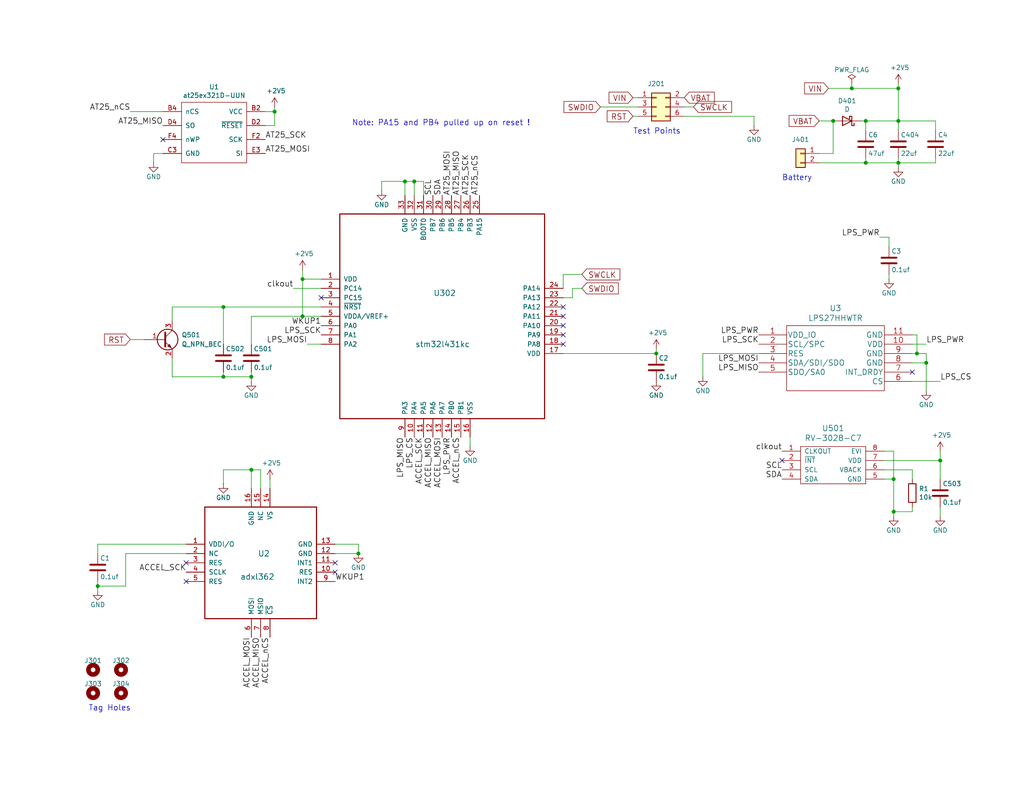
<source format=kicad_sch>
(kicad_sch (version 20231120) (generator "eeschema") (generator_version "8.0")
  (paper "USLetter")
  (title_block (title "BitTag with External Memory and LI2DW12") (date "2025-02-19") (company "IUCS") (comment 1 "Geoffrey Brown"))
  (lib_symbols
    (symbol "BitTagNG:RV-3028-C7-AccelTag" (pin_names (offset 1.016))
      (property "Reference" "U" (at 0 7.62 0))
      (property "Value" "RV-3028-C7-AccelTag" (at 1.27 -7.62 0))
      (symbol "RV-3028-C7-AccelTag_0_1"
        (rectangle (start -8.89 5.08) (end 8.89 -5.08))
      )
      (symbol "RV-3028-C7-AccelTag_1_1"
        (pin input line (at -13.97 3.81 0) (length 5.08) (name "CLKOUT") (number "1"))
        (pin input line (at -13.97 1.27 0) (length 5.08) (name "~{INT}") (number "2"))
        (pin input line (at -13.97 -1.27 0) (length 5.08) (name "SCL") (number "3"))
        (pin input line (at -13.97 -3.81 0) (length 5.08) (name "SDA") (number "4"))
        (pin power_out line (at 13.97 -3.81 180) (length 5.08) (name "GND") (number "5"))
        (pin input line (at 13.97 -1.27 180) (length 5.08) (name "VBACK") (number "6"))
        (pin input line (at 13.97 1.27 180) (length 5.08) (name "VDD") (number "7"))
        (pin input line (at 13.97 3.81 180) (length 5.08) (name "EVI") (number "8"))
      )
    )
    (symbol "BitTagNG:at25ex321D-UUN-AccelTag" (pin_names (offset 1.016))
      (property "Reference" "U" (at 0 7.62 0))
      (property "Value" "at25ex321D-UUN-AccelTag" (at -1.27 -12.7 0))
      (symbol "at25ex321D-UUN-AccelTag_0_1"
        (rectangle (start -8.89 -10.16) (end 8.89 6.35))
      )
      (symbol "at25ex321D-UUN-AccelTag_1_1"
        (pin no_connect line (at -12.7 -12.7 0) (length 5.08) hide (name "NC") (number "A1"))
        (pin no_connect line (at 12.7 -12.7 180) (length 5.08) hide (name "NC") (number "A5"))
        (pin power_in line (at 13.97 3.81 180) (length 5.08) (name "VCC") (number "B2"))
        (pin input line (at -13.97 3.81 0) (length 5.08) (name "nCS") (number "B4"))
        (pin input line (at -13.97 -7.62 0) (length 5.08) (name "GND") (number "C3"))
        (pin input line (at 13.97 0 180) (length 5.08) (name "~{RESET}") (number "D2"))
        (pin output line (at -13.97 0 0) (length 5.08) (name "SO") (number "D4"))
        (pin input line (at 13.97 -7.62 180) (length 5.08) (name "SI") (number "E3"))
        (pin input line (at 13.97 -3.81 180) (length 5.08) (name "SCK") (number "F2"))
        (pin input line (at -13.97 -3.81 0) (length 5.08) (name "nWP") (number "F4"))
        (pin no_connect line (at -12.7 -15.24 0) (length 5.08) hide (name "NC") (number "G1"))
        (pin no_connect line (at 12.7 -15.24 180) (length 5.08) hide (name "NC") (number "G5"))
      )
    )
    (symbol "BitTagNG:stm32l432-AccelTag" (pin_names (offset 1.016))
      (property "Reference" "U" (at 36.83 -3.81 0))
      (property "Value" "stm32l432-AccelTag" (at 59.69 -24.13 0))
      (symbol "stm32l432-AccelTag_1_1"
        (rectangle (start 5.08 17.78) (end 60.96 -38.1) (stroke (width 0.3048)))
        (pin power_in line (at 0 0 0) (length 5.08) (name "VDD") (number "1"))
        (pin bidirectional line (at 25.4 -43.18 90) (length 5.08) (name "PA4") (number "10"))
        (pin bidirectional line (at 27.94 -43.18 90) (length 5.08) (name "PA5") (number "11"))
        (pin bidirectional line (at 30.48 -43.18 90) (length 5.08) (name "PA6") (number "12"))
        (pin bidirectional line (at 33.02 -43.18 90) (length 5.08) (name "PA7") (number "13"))
        (pin bidirectional line (at 35.56 -43.18 90) (length 5.08) (name "PB0") (number "14"))
        (pin bidirectional line (at 38.1 -43.18 90) (length 5.08) (name "PB1") (number "15"))
        (pin input line (at 40.64 -43.18 90) (length 5.08) (name "VSS") (number "16"))
        (pin power_in line (at 66.04 -20.32 180) (length 5.08) (name "VDD") (number "17"))
        (pin bidirectional line (at 66.04 -17.78 180) (length 5.08) (name "PA8") (number "18"))
        (pin bidirectional line (at 66.04 -15.24 180) (length 5.08) (name "PA9") (number "19"))
        (pin bidirectional line (at 0 -2.54 0) (length 5.08) (name "PC14") (number "2"))
        (pin bidirectional line (at 66.04 -12.7 180) (length 5.08) (name "PA10") (number "20"))
        (pin bidirectional line (at 66.04 -10.16 180) (length 5.08) (name "PA11") (number "21"))
        (pin bidirectional line (at 66.04 -7.62 180) (length 5.08) (name "PA12") (number "22"))
        (pin bidirectional line (at 66.04 -5.08 180) (length 5.08) (name "PA13") (number "23"))
        (pin bidirectional line (at 66.04 -2.54 180) (length 5.08) (name "PA14") (number "24"))
        (pin bidirectional line (at 43.18 22.86 270) (length 5.08) (name "PA15") (number "25"))
        (pin bidirectional line (at 40.64 22.86 270) (length 5.08) (name "PB3") (number "26"))
        (pin bidirectional line (at 38.1 22.86 270) (length 5.08) (name "PB4") (number "27"))
        (pin bidirectional line (at 35.56 22.86 270) (length 5.08) (name "PB5") (number "28"))
        (pin bidirectional line (at 33.02 22.86 270) (length 5.08) (name "PB6") (number "29"))
        (pin bidirectional line (at 0 -5.08 0) (length 5.08) (name "PC15") (number "3"))
        (pin bidirectional line (at 30.48 22.86 270) (length 5.08) (name "PB7") (number "30"))
        (pin input line (at 27.94 22.86 270) (length 5.08) (name "BOOT0") (number "31"))
        (pin input line (at 25.4 22.86 270) (length 5.08) (name "VSS") (number "32"))
        (pin input line (at 22.86 22.86 270) (length 5.08) (name "GND") (number "33"))
        (pin bidirectional line (at 0 -7.62 0) (length 5.08) (name "~{NRST}") (number "4"))
        (pin power_in line (at 0 -10.16 0) (length 5.08) (name "VDDA/VREF+") (number "5"))
        (pin bidirectional line (at 0 -12.7 0) (length 5.08) (name "PA0") (number "6"))
        (pin bidirectional line (at 0 -15.24 0) (length 5.08) (name "PA1") (number "7"))
        (pin bidirectional line (at 0 -17.78 0) (length 5.08) (name "PA2") (number "8"))
        (pin bidirectional line (at 22.86 -43.18 90) (length 5.08) (name "PA3") (number "9"))
      )
    )
    (symbol "Connector_Generic:Conn_01x02" (pin_names (offset 1.016) hide)
      (property "Reference" "J" (at 0 2.54 0))
      (property "Value" "Conn_01x02" (at 0 -5.08 0))
      (symbol "Conn_01x02_1_1"
        (rectangle (start -1.27 -2.413) (end 0 -2.667) (stroke (width 0.1524)))
        (rectangle (start -1.27 0.127) (end 0 -0.127) (stroke (width 0.1524)))
        (rectangle (start -1.27 1.27) (end 1.27 -3.81) (stroke (width 0.254)) (fill (type background)))
        (pin passive line (at -5.08 0 0) (length 3.81) (name "Pin_1") (number "1"))
        (pin passive line (at -5.08 -2.54 0) (length 3.81) (name "Pin_2") (number "2"))
      )
    )
    (symbol "Connector_Generic:Conn_02x03_Odd_Even" (pin_names (offset 1.016) hide)
      (property "Reference" "J" (at 1.27 5.08 0))
      (property "Value" "Conn_02x03_Odd_Even" (at 1.27 -5.08 0))
      (symbol "Conn_02x03_Odd_Even_1_1"
        (rectangle (start -1.27 -2.413) (end 0 -2.667) (stroke (width 0.1524)))
        (rectangle (start -1.27 0.127) (end 0 -0.127) (stroke (width 0.1524)))
        (rectangle (start -1.27 2.667) (end 0 2.413) (stroke (width 0.1524)))
        (rectangle (start -1.27 3.81) (end 3.81 -3.81) (stroke (width 0.254)) (fill (type background)))
        (rectangle (start 3.81 -2.413) (end 2.54 -2.667) (stroke (width 0.1524)))
        (rectangle (start 3.81 0.127) (end 2.54 -0.127) (stroke (width 0.1524)))
        (rectangle (start 3.81 2.667) (end 2.54 2.413) (stroke (width 0.1524)))
        (pin passive line (at -5.08 2.54 0) (length 3.81) (name "Pin_1") (number "1"))
        (pin passive line (at 7.62 2.54 180) (length 3.81) (name "Pin_2") (number "2"))
        (pin passive line (at -5.08 0 0) (length 3.81) (name "Pin_3") (number "3"))
        (pin passive line (at 7.62 0 180) (length 3.81) (name "Pin_4") (number "4"))
        (pin passive line (at -5.08 -2.54 0) (length 3.81) (name "Pin_5") (number "5"))
        (pin passive line (at 7.62 -2.54 180) (length 3.81) (name "Pin_6") (number "6"))
      )
    )
    (symbol "Device:C" (pin_numbers hide) (pin_names (offset 0.254))
      (property "Reference" "C" (at 0.635 2.54 0))
      (property "Value" "C" (at 0.635 -2.54 0))
      (symbol "C_0_1"
        (polyline (pts (xy -2.032 -0.762) (xy 2.032 -0.762)) (stroke (width 0.508)))
        (polyline (pts (xy -2.032 0.762) (xy 2.032 0.762)) (stroke (width 0.508)))
      )
      (symbol "C_1_1"
        (pin passive line (at 0 3.81 270) (length 2.794) (name "~") (number "1"))
        (pin passive line (at 0 -3.81 90) (length 2.794) (name "~") (number "2"))
      )
    )
    (symbol "Device:D_Schottky" (pin_numbers hide) (pin_names (offset 1.016) hide)
      (property "Reference" "D" (at 0 2.54 0))
      (property "Value" "D_Schottky" (at 0 -2.54 0))
      (symbol "D_Schottky_0_1"
        (polyline (pts (xy 1.27 0) (xy -1.27 0)))
        (polyline (pts (xy 1.27 1.27) (xy 1.27 -1.27) (xy -1.27 0) (xy 1.27 1.27)) (stroke (width 0.254)))
        (polyline (pts (xy -1.905 0.635) (xy -1.905 1.27) (xy -1.27 1.27) (xy -1.27 -1.27) (xy -0.635 -1.27) (xy -0.635 -0.635)) (stroke (width 0.254)))
      )
      (symbol "D_Schottky_1_1"
        (pin passive line (at -3.81 0 0) (length 2.54) (name "K") (number "1"))
        (pin passive line (at 3.81 0 180) (length 2.54) (name "A") (number "2"))
      )
    )
    (symbol "Device:Q_NPN_BEC" (pin_names (offset 0) hide)
      (property "Reference" "Q" (at 5.08 1.27 0))
      (property "Value" "Q_NPN_BEC" (at 5.08 -1.27 0))
      (symbol "Q_NPN_BEC_0_1"
        (polyline (pts (xy 0.635 0.635) (xy 2.54 2.54)))
        (polyline (pts (xy 0.635 -0.635) (xy 2.54 -2.54) (xy 2.54 -2.54)))
        (polyline (pts (xy 0.635 1.905) (xy 0.635 -1.905) (xy 0.635 -1.905)) (stroke (width 0.508)))
        (polyline (pts (xy 1.27 -1.778) (xy 1.778 -1.27) (xy 2.286 -2.286) (xy 1.27 -1.778) (xy 1.27 -1.778)) (fill (type outline)))
        (circle (center 1.27 0) (radius 2.8194) (stroke (width 0.254)))
      )
      (symbol "Q_NPN_BEC_1_1"
        (pin input line (at -5.08 0 0) (length 5.715) (name "B") (number "1"))
        (pin passive line (at 2.54 -5.08 90) (length 2.54) (name "E") (number "2"))
        (pin passive line (at 2.54 5.08 270) (length 2.54) (name "C") (number "3"))
      )
    )
    (symbol "Device:R" (pin_numbers hide) (pin_names (offset 0))
      (property "Reference" "R" (at 2.032 0 90))
      (property "Value" "R" (at 0 0 90))
      (symbol "R_0_1"
        (rectangle (start -1.016 -2.54) (end 1.016 2.54) (stroke (width 0.254)))
      )
      (symbol "R_1_1"
        (pin passive line (at 0 3.81 270) (length 1.27) (name "~") (number "1"))
        (pin passive line (at 0 -3.81 90) (length 1.27) (name "~") (number "2"))
      )
    )
    (symbol "GND_10" (power) (pin_numbers hide) (pin_names (offset 0) hide)
      (property "Value" "GND" (at 0 -3.81 0))
      (symbol "GND_10_0_1"
        (polyline (pts (xy 0 0) (xy 0 -1.27) (xy 1.27 -1.27) (xy 0 -2.54) (xy -1.27 -1.27) (xy 0 -1.27)))
      )
      (symbol "GND_10_1_1"
        (pin power_in line (at 0 0 270) (length 0) (name "~") (number "1"))
      )
    )
    (symbol "GND_6" (power) (pin_numbers hide) (pin_names (offset 0) hide)
      (property "Value" "GND" (at 0 -3.81 0))
      (symbol "GND_6_0_1"
        (polyline (pts (xy 0 0) (xy 0 -1.27) (xy 1.27 -1.27) (xy 0 -2.54) (xy -1.27 -1.27) (xy 0 -1.27)))
      )
      (symbol "GND_6_1_1"
        (pin power_in line (at 0 0 270) (length 0) (name "~") (number "1"))
      )
    )
    (symbol "GND_8" (power) (pin_numbers hide) (pin_names (offset 0) hide)
      (property "Value" "GND" (at 0 -3.81 0))
      (symbol "GND_8_0_1"
        (polyline (pts (xy 0 0) (xy 0 -1.27) (xy 1.27 -1.27) (xy 0 -2.54) (xy -1.27 -1.27) (xy 0 -1.27)))
      )
      (symbol "GND_8_1_1"
        (pin power_in line (at 0 0 270) (length 0) (name "~") (number "1"))
      )
    )
    (symbol "Mechanical:MountingHole" (pin_names (offset 1.016))
      (property "Reference" "H" (at 0 5.08 0))
      (property "Value" "MountingHole" (at 0 3.175 0))
      (symbol "MountingHole_0_1"
        (circle (center 0 0) (radius 1.27) (stroke (width 1.27)))
      )
    )
    (symbol "bittagv7:adxl362" (pin_names (offset 1.016))
      (property "Reference" "U" (at 3.81 6.35 0))
      (property "Value" "adxl362" (at 3.81 3.81 0))
      (symbol "adxl362_1_1"
        (rectangle (start 5.08 10.16) (end 35.56 -20.32) (stroke (width 0.3048)))
        (pin power_in line (at 0 0 0) (length 5.08) (name "VDDI/O") (number "1"))
        (pin passive line (at 40.64 -7.62 180) (length 5.08) (name "RES") (number "10"))
        (pin output line (at 40.64 -5.08 180) (length 5.08) (name "INT1") (number "11"))
        (pin power_in line (at 40.64 -2.54 180) (length 5.08) (name "GND") (number "12"))
        (pin power_in line (at 40.64 0 180) (length 5.08) (name "GND") (number "13"))
        (pin power_in line (at 22.86 15.24 270) (length 5.08) (name "VS") (number "14"))
        (pin passive line (at 20.32 15.24 270) (length 5.08) (name "NC") (number "15"))
        (pin power_in line (at 17.78 15.24 270) (length 5.08) (name "GND") (number "16"))
        (pin output line (at 0 -2.54 0) (length 5.08) (name "NC") (number "2"))
        (pin output line (at 0 -5.08 0) (length 5.08) (name "RES") (number "3"))
        (pin input line (at 0 -7.62 0) (length 5.08) (name "SCLK") (number "4"))
        (pin output line (at 0 -10.16 0) (length 5.08) (name "RES") (number "5"))
        (pin input line (at 17.78 -25.4 90) (length 5.08) (name "MOSI") (number "6"))
        (pin output line (at 20.32 -25.4 90) (length 5.08) (name "MSIO") (number "7"))
        (pin input line (at 22.86 -25.4 90) (length 5.08) (name "~{CS}") (number "8"))
        (pin bidirectional line (at 40.64 -10.16 180) (length 5.08) (name "INT2") (number "9"))
      )
    )
    (symbol "lps27:LPS27HHWTR" (pin_names (offset 0.254))
      (property "Reference" "U2" (at 20.955 7.2898 0))
      (property "Value" "LPS27HHWTR" (at 20.955 4.5974 0))
      (symbol "LPS27HHWTR_1_1"
        (rectangle (start 7.62 -15.24) (end 34.29 2.54))
        (pin passive line (at 0 0 0) (length 7.62) (name "VDD_IO") (number "1"))
        (pin input line (at 41.91 -2.54 180) (length 7.62) (name "VDD") (number "10"))
        (pin power_in line (at 41.91 0 180) (length 7.62) (name "GND") (number "11"))
        (pin input line (at 0 -2.54 0) (length 7.62) (name "SCL/SPC") (number "2"))
        (pin passive line (at 0 -5.08 0) (length 7.62) (name "RES") (number "3"))
        (pin input line (at 0 -7.62 0) (length 7.62) (name "SDA/SDI/SDO") (number "4"))
        (pin output line (at 0 -10.16 0) (length 7.62) (name "SDO/SA0") (number "5"))
        (pin input line (at 41.91 -12.7 180) (length 7.62) (name "CS") (number "6"))
        (pin output line (at 41.91 -10.16 180) (length 7.62) (name "INT_DRDY") (number "7"))
        (pin power_in line (at 41.91 -7.62 180) (length 7.62) (name "GND") (number "8"))
        (pin power_in line (at 41.91 -5.08 180) (length 7.62) (name "GND") (number "9"))
      )
    )
    (symbol "power:+2V5" (power) (pin_numbers hide) (pin_names (offset 0) hide)
      (property "Value" "+2V5" (at 0 3.556 0))
      (symbol "+2V5_0_1"
        (polyline (pts (xy -0.762 1.27) (xy 0 2.54)))
        (polyline (pts (xy 0 0) (xy 0 2.54)))
        (polyline (pts (xy 0 2.54) (xy 0.762 1.27)))
      )
      (symbol "+2V5_1_1"
        (pin power_in line (at 0 0 90) (length 0) (name "~") (number "1"))
      )
    )
    (symbol "power:GND" (power) (pin_numbers hide) (pin_names (offset 0) hide)
      (property "Value" "GND" (at 0 -3.81 0))
      (symbol "GND_0_1"
        (polyline (pts (xy 0 0) (xy 0 -1.27) (xy 1.27 -1.27) (xy 0 -2.54) (xy -1.27 -1.27) (xy 0 -1.27)))
      )
      (symbol "GND_1_1"
        (pin power_in line (at 0 0 270) (length 0) (name "~") (number "1"))
      )
    )
    (symbol "power:PWR_FLAG" (power) (pin_numbers hide) (pin_names (offset 0) hide)
      (property "Value" "PWR_FLAG" (at 0 3.81 0))
      (symbol "PWR_FLAG_0_0"
        (pin power_out line (at 0 0 90) (length 0) (name "~") (number "1"))
      )
      (symbol "PWR_FLAG_0_1"
        (polyline (pts (xy 0 0) (xy 0 1.27) (xy -1.016 1.905) (xy 0 2.54) (xy 1.016 1.905) (xy 0 1.27)))
      )
    )
  )
  (junction (at 60.96 102.87))
  (junction (at 252.73 99.06))
  (junction (at 227.33 33.02))
  (junction (at 256.54 125.73))
  (junction (at 82.55 86.36))
  (junction (at 110.49 49.53))
  (junction (at 245.11 24.13))
  (junction (at 68.58 102.87))
  (junction (at 232.41 24.13))
  (junction (at 250.19 96.52))
  (junction (at 97.79 151.13))
  (junction (at 68.58 128.27))
  (junction (at 26.67 160.02))
  (junction (at 60.96 83.82))
  (junction (at 245.11 33.02))
  (junction (at 179.07 96.52))
  (junction (at 243.84 139.7))
  (junction (at 113.03 49.53))
  (junction (at 243.84 130.81))
  (junction (at 82.55 76.2))
  (junction (at 245.11 44.45))
  (junction (at 236.22 44.45))
  (junction (at 236.22 33.02))
  (junction (at 74.93 30.48))
  (no_connect (at 44.45 38.1))
  (no_connect (at 153.67 83.82))
  (no_connect (at 91.44 153.67))
  (no_connect (at 91.44 156.21))
  (no_connect (at 153.67 91.44))
  (no_connect (at 50.8 158.75))
  (no_connect (at 153.67 86.36))
  (no_connect (at 50.8 153.67))
  (no_connect (at 153.67 93.98))
  (no_connect (at 87.63 81.28))
  (no_connect (at 153.67 88.9))
  (no_connect (at 248.92 101.6))
  (no_connect (at 213.36 125.73))
  (wire (pts (xy 255.27 44.45) (xy 255.27 43.18)))
  (wire (pts (xy 91.44 148.59) (xy 97.79 148.59)))
  (wire (pts (xy 248.92 99.06) (xy 252.73 99.06)))
  (wire (pts (xy 241.3 123.19) (xy 243.84 123.19)))
  (wire (pts (xy 97.79 148.59) (xy 97.79 151.13)))
  (wire (pts (xy 248.92 96.52) (xy 250.19 96.52)))
  (wire (pts (xy 68.58 93.98) (xy 68.58 86.36)))
  (wire (pts (xy 34.29 151.13) (xy 34.29 160.02)))
  (wire (pts (xy 205.74 31.75) (xy 205.74 34.29)))
  (wire (pts (xy 223.52 33.02) (xy 227.33 33.02)))
  (wire (pts (xy 236.22 33.02) (xy 245.11 33.02)))
  (wire (pts (xy 71.12 128.27) (xy 68.58 128.27)))
  (wire (pts (xy 104.14 49.53) (xy 110.49 49.53)))
  (wire (pts (xy 172.72 26.67) (xy 173.99 26.67)))
  (wire (pts (xy 128.27 119.38) (xy 128.27 121.92)))
  (wire (pts (xy 50.8 151.13) (xy 34.29 151.13)))
  (wire (pts (xy 104.14 52.07) (xy 104.14 49.53)))
  (wire (pts (xy 232.41 24.13) (xy 245.11 24.13)))
  (wire (pts (xy 46.99 83.82) (xy 60.96 83.82)))
  (wire (pts (xy 82.55 86.36) (xy 87.63 86.36)))
  (wire (pts (xy 153.67 78.74) (xy 153.67 74.93)))
  (wire (pts (xy 179.07 95.25) (xy 179.07 96.52)))
  (wire (pts (xy 82.55 86.36) (xy 68.58 86.36)))
  (wire (pts (xy 234.95 33.02) (xy 236.22 33.02)))
  (wire (pts (xy 97.79 151.13) (xy 91.44 151.13)))
  (wire (pts (xy 60.96 101.6) (xy 60.96 102.87)))
  (wire (pts (xy 242.57 74.93) (xy 242.57 76.2)))
  (wire (pts (xy 245.11 33.02) (xy 245.11 35.56)))
  (wire (pts (xy 68.58 128.27) (xy 60.96 128.27)))
  (wire (pts (xy 245.11 22.86) (xy 245.11 24.13)))
  (wire (pts (xy 227.33 33.02) (xy 227.33 41.91)))
  (wire (pts (xy 68.58 101.6) (xy 68.58 102.87)))
  (wire (pts (xy 68.58 102.87) (xy 68.58 104.14)))
  (wire (pts (xy 72.39 30.48) (xy 74.93 30.48)))
  (wire (pts (xy 245.11 44.45) (xy 255.27 44.45)))
  (wire (pts (xy 113.03 49.53) (xy 113.03 53.34)))
  (wire (pts (xy 46.99 102.87) (xy 60.96 102.87)))
  (wire (pts (xy 248.92 91.44) (xy 250.19 91.44)))
  (wire (pts (xy 82.55 73.66) (xy 82.55 76.2)))
  (wire (pts (xy 245.11 33.02) (xy 255.27 33.02)))
  (wire (pts (xy 153.67 74.93) (xy 158.75 74.93)))
  (wire (pts (xy 240.03 64.77) (xy 242.57 64.77)))
  (wire (pts (xy 82.55 76.2) (xy 87.63 76.2)))
  (wire (pts (xy 250.19 91.44) (xy 250.19 96.52)))
  (wire (pts (xy 60.96 83.82) (xy 60.96 93.98)))
  (wire (pts (xy 255.27 33.02) (xy 255.27 35.56)))
  (wire (pts (xy 243.84 130.81) (xy 243.84 139.7)))
  (wire (pts (xy 250.19 96.52) (xy 252.73 96.52)))
  (wire (pts (xy 241.3 128.27) (xy 248.92 128.27)))
  (wire (pts (xy 26.67 148.59) (xy 26.67 151.13)))
  (wire (pts (xy 113.03 49.53) (xy 115.57 49.53)))
  (wire (pts (xy 256.54 138.43) (xy 256.54 140.97)))
  (wire (pts (xy 245.11 44.45) (xy 245.11 45.72)))
  (wire (pts (xy 186.69 31.75) (xy 205.74 31.75)))
  (wire (pts (xy 68.58 128.27) (xy 68.58 133.35)))
  (wire (pts (xy 80.01 78.74) (xy 87.63 78.74)))
  (wire (pts (xy 46.99 87.63) (xy 46.99 83.82)))
  (wire (pts (xy 34.29 160.02) (xy 26.67 160.02)))
  (wire (pts (xy 236.22 35.56) (xy 236.22 33.02)))
  (wire (pts (xy 256.54 125.73) (xy 256.54 130.81)))
  (wire (pts (xy 191.77 96.52) (xy 191.77 102.87)))
  (wire (pts (xy 226.06 24.13) (xy 232.41 24.13)))
  (wire (pts (xy 74.93 34.29) (xy 74.93 30.48)))
  (wire (pts (xy 26.67 158.75) (xy 26.67 160.02)))
  (wire (pts (xy 50.8 148.59) (xy 26.67 148.59)))
  (wire (pts (xy 243.84 139.7) (xy 243.84 140.97)))
  (wire (pts (xy 227.33 41.91) (xy 223.52 41.91)))
  (wire (pts (xy 156.21 78.74) (xy 158.75 78.74)))
  (wire (pts (xy 156.21 81.28) (xy 156.21 78.74)))
  (wire (pts (xy 172.72 31.75) (xy 173.99 31.75)))
  (wire (pts (xy 232.41 22.86) (xy 232.41 24.13)))
  (wire (pts (xy 60.96 128.27) (xy 60.96 132.08)))
  (wire (pts (xy 163.83 29.21) (xy 173.99 29.21)))
  (wire (pts (xy 236.22 44.45) (xy 245.11 44.45)))
  (wire (pts (xy 248.92 104.14) (xy 256.54 104.14)))
  (wire (pts (xy 72.39 34.29) (xy 74.93 34.29)))
  (wire (pts (xy 236.22 43.18) (xy 236.22 44.45)))
  (wire (pts (xy 73.66 133.35) (xy 73.66 130.81)))
  (wire (pts (xy 35.56 92.71) (xy 39.37 92.71)))
  (wire (pts (xy 60.96 102.87) (xy 68.58 102.87)))
  (wire (pts (xy 115.57 49.53) (xy 115.57 53.34)))
  (wire (pts (xy 207.01 96.52) (xy 191.77 96.52)))
  (wire (pts (xy 110.49 49.53) (xy 110.49 53.34)))
  (wire (pts (xy 82.55 76.2) (xy 82.55 86.36)))
  (wire (pts (xy 248.92 93.98) (xy 252.73 93.98)))
  (wire (pts (xy 243.84 123.19) (xy 243.84 130.81)))
  (wire (pts (xy 241.3 130.81) (xy 243.84 130.81)))
  (wire (pts (xy 26.67 160.02) (xy 26.67 161.29)))
  (wire (pts (xy 252.73 96.52) (xy 252.73 99.06)))
  (wire (pts (xy 41.91 41.91) (xy 41.91 44.45)))
  (wire (pts (xy 46.99 97.79) (xy 46.99 102.87)))
  (wire (pts (xy 110.49 49.53) (xy 113.03 49.53)))
  (wire (pts (xy 74.93 30.48) (xy 74.93 29.21)))
  (wire (pts (xy 241.3 125.73) (xy 256.54 125.73)))
  (wire (pts (xy 44.45 41.91) (xy 41.91 41.91)))
  (wire (pts (xy 83.82 93.98) (xy 87.63 93.98)))
  (wire (pts (xy 245.11 24.13) (xy 245.11 33.02)))
  (wire (pts (xy 153.67 81.28) (xy 156.21 81.28)))
  (wire (pts (xy 186.69 29.21) (xy 189.23 29.21)))
  (wire (pts (xy 252.73 99.06) (xy 252.73 106.68)))
  (wire (pts (xy 223.52 44.45) (xy 236.22 44.45)))
  (wire (pts (xy 71.12 133.35) (xy 71.12 128.27)))
  (wire (pts (xy 153.67 96.52) (xy 179.07 96.52)))
  (wire (pts (xy 248.92 128.27) (xy 248.92 130.81)))
  (wire (pts (xy 35.56 30.48) (xy 44.45 30.48)))
  (wire (pts (xy 248.92 138.43) (xy 248.92 139.7)))
  (wire (pts (xy 242.57 64.77) (xy 242.57 67.31)))
  (wire (pts (xy 245.11 43.18) (xy 245.11 44.45)))
  (wire (pts (xy 87.63 83.82) (xy 60.96 83.82)))
  (wire (pts (xy 248.92 139.7) (xy 243.84 139.7)))
  (wire (pts (xy 256.54 123.19) (xy 256.54 125.73)))
  (text "Note: PA15 and PB4 pulled up on reset !" (at 96.012 34.544 0) (effects (font (size 1.524 1.524)) (justify left bottom)))
  (text "Tag Holes" (at 24.13 194.31 0) (effects (font (size 1.524 1.524)) (justify left bottom)))
  (text "Test Points" (at 172.72 36.83 0) (effects (font (size 1.524 1.524)) (justify left bottom)))
  (text "Battery" (at 213.36 49.53 0) (effects (font (size 1.524 1.524)) (justify left bottom)))
  (label "ACCEL_nCS" (at 125.73 119.38 270) (effects (font (size 1.524 1.524))))
  (label "SDA" (at 120.65 53.34 90) (effects (font (size 1.524 1.524))))
  (label "SDA" (at 213.36 130.81 180) (effects (font (size 1.524 1.524))))
  (label "AT25_SCK" (at 72.39 38.1 0) (effects (font (size 1.524 1.524))))
  (label "ACCEL_nCS" (at 73.66 173.99 270) (effects (font (size 1.524 1.524))))
  (label "clkout" (at 213.36 123.19 180) (effects (font (size 1.524 1.524))))
  (label "WKUP1" (at 87.63 88.9 180) (effects (font (size 1.524 1.524))))
  (label "LPS_PWR" (at 252.73 93.98 0) (effects (font (size 1.524 1.524))))
  (label "LPS_PWR" (at 240.03 64.77 180) (effects (font (size 1.524 1.524))))
  (label "ACCEL_SCK" (at 115.57 119.38 270) (effects (font (size 1.524 1.524))))
  (label "LPS_MOSI" (at 207.01 99.06 180) (effects (font (size 1.524 1.524))))
  (label "LPS_MISO" (at 207.01 101.6 180) (effects (font (size 1.524 1.524))))
  (label "clkout" (at 80.01 78.74 180) (effects (font (size 1.524 1.524))))
  (label "WKUP1" (at 91.44 158.75 0) (effects (font (size 1.524 1.524))))
  (label "AT25_MOSI" (at 123.19 53.34 90) (effects (font (size 1.524 1.524))))
  (label "AT25_nCS" (at 35.56 30.48 180) (effects (font (size 1.524 1.524))))
  (label "AT25_MOSI" (at 72.39 41.91 0) (effects (font (size 1.524 1.524))))
  (label "AT25_nCS" (at 130.81 53.34 90) (effects (font (size 1.524 1.524))))
  (label "ACCEL_SCK" (at 50.8 156.21 180) (effects (font (size 1.524 1.524))))
  (label "LPS_PWR" (at 207.01 91.44 180) (effects (font (size 1.524 1.524))))
  (label "LPS_SCK" (at 87.63 91.44 180) (effects (font (size 1.524 1.524))))
  (label "ACCEL_MISO" (at 71.12 173.99 270) (effects (font (size 1.524 1.524))))
  (label "LPS_PWR" (at 123.19 119.38 270) (effects (font (size 1.524 1.524))))
  (label "AT25_MISO" (at 125.73 53.34 90) (effects (font (size 1.524 1.524))))
  (label "SCL" (at 118.11 53.34 90) (effects (font (size 1.524 1.524))))
  (label "AT25_SCK" (at 128.27 53.34 90) (effects (font (size 1.524 1.524))))
  (label "ACCEL_MOSI" (at 120.65 119.38 270) (effects (font (size 1.524 1.524))))
  (label "ACCEL_MISO" (at 118.11 119.38 270) (effects (font (size 1.524 1.524))))
  (label "AT25_MISO" (at 44.45 34.29 180) (effects (font (size 1.524 1.524))))
  (label "LPS_SCK" (at 207.01 93.98 180) (effects (font (size 1.524 1.524))))
  (label "SCL" (at 213.36 128.27 180) (effects (font (size 1.524 1.524))))
  (label "LPS_CS" (at 256.54 104.14 0) (effects (font (size 1.524 1.524))))
  (label "LPS_MOSI" (at 83.82 93.98 180) (effects (font (size 1.524 1.524))))
  (label "LPS_MISO" (at 110.49 119.38 270) (effects (font (size 1.524 1.524))))
  (label "ACCEL_MOSI" (at 68.58 173.99 270) (effects (font (size 1.524 1.524))))
  (label "LPS_CS" (at 113.03 119.38 270) (effects (font (size 1.524 1.524))))
  (global_label "SWCLK" (shape input) (at 189.23 29.21 0) (effects (font (size 1.524 1.524))) (property "Intersheetrefs" "${INTERSHEET_REFS}" (effects (hide yes))))
  (global_label "VBAT" (shape input) (at 223.52 33.02 180) (effects (font (size 1.524 1.524))) (property "Intersheetrefs" "${INTERSHEET_REFS}" (effects (hide yes))))
  (global_label "SWDIO" (shape input) (at 158.75 78.74 0) (effects (font (size 1.524 1.524))) (property "Intersheetrefs" "${INTERSHEET_REFS}" (effects (hide yes))))
  (global_label "VBAT" (shape input) (at 186.69 26.67 0) (effects (font (size 1.524 1.524))) (property "Intersheetrefs" "${INTERSHEET_REFS}" (effects (hide yes))))
  (global_label "VIN" (shape input) (at 226.06 24.13 180) (effects (font (size 1.524 1.524))) (property "Intersheetrefs" "${INTERSHEET_REFS}" (effects (hide yes))))
  (global_label "VIN" (shape input) (at 172.72 26.67 180) (effects (font (size 1.524 1.524))) (property "Intersheetrefs" "${INTERSHEET_REFS}" (effects (hide yes))))
  (global_label "SWCLK" (shape input) (at 158.75 74.93 0) (effects (font (size 1.524 1.524))) (property "Intersheetrefs" "${INTERSHEET_REFS}" (effects (hide yes))))
  (global_label "SWDIO" (shape input) (at 163.83 29.21 180) (effects (font (size 1.524 1.524))) (property "Intersheetrefs" "${INTERSHEET_REFS}" (effects (hide yes))))
  (global_label "RST" (shape input) (at 35.56 92.71 180) (effects (font (size 1.524 1.524))) (property "Intersheetrefs" "${INTERSHEET_REFS}" (effects (hide yes))))
  (global_label "RST" (shape input) (at 172.72 31.75 180) (effects (font (size 1.524 1.524))) (property "Intersheetrefs" "${INTERSHEET_REFS}" (effects (hide yes))))
  (symbol (lib_id "BitTagNG:stm32l432-AccelTag") (at 87.63 76.2 0) (unit 1)
    (property "Reference" "U302" (at 124.46 80.01 0) (effects (font (size 1.524 1.524)) (justify right)))
    (property "Value" "stm32l431kc" (at 128.27 93.98 0) (effects (font (size 1.524 1.524)) (justify right)))
    (property "Footprint" "Package_DFN_QFN:QFN-32-1EP_5x5mm_P0.5mm_EP3.45x3.45mm" (effects (hide yes)))
    (property "MFN" "STMicroelectronics" (effects (hide yes)))
    (property "DISTPN" "497-16578-ND" (effects (hide yes)))
    (property "MPN" "STM32L432KCU6" (effects (hide yes)))
    (property "LCSC" "C1337280" (effects (hide yes)))
  )
  (symbol (lib_id "Device:C") (at 60.96 97.79 0) (unit 1)
    (property "Reference" "C502" (at 61.595 95.25 0) (effects (justify left)))
    (property "Value" "0.1uf" (at 61.595 100.33 0) (effects (justify left)))
    (property "Footprint" "Capacitor_SMD:C_0201_0603Metric" (effects (hide yes)))
    (property "MFN" "Murata" (effects (hide yes)))
    (property "MPN" "C181047" (effects (hide yes)))
    (property "DISTPN" "490-10403-1-ND" (effects (hide yes)))
    (property "LCSC" "C181047" (effects (hide yes)))
  )
  (symbol (lib_id "Device:C") (at 68.58 97.79 0) (unit 1)
    (property "Reference" "C501" (at 69.215 95.25 0) (effects (justify left)))
    (property "Value" "0.1uf" (at 69.215 100.33 0) (effects (justify left)))
    (property "Footprint" "Capacitor_SMD:C_0201_0603Metric" (effects (hide yes)))
    (property "MFN" "Murata" (effects (hide yes)))
    (property "MPN" "C181047" (effects (hide yes)))
    (property "DISTPN" "490-10403-1-ND" (effects (hide yes)))
    (property "LCSC" "C181047" (effects (hide yes)))
  )
  (symbol (lib_id "Device:Q_NPN_BEC") (at 44.45 92.71 0) (unit 1)
    (property "Reference" "Q501" (at 49.53 91.44 0) (effects (justify left)))
    (property "Value" "Q_NPN_BEC" (at 49.53 93.98 0) (effects (justify left)))
    (property "Footprint" "Package_TO_SOT_SMD:SOT-883" (effects (hide yes)))
    (property "MFN" "Nexperia" (effects (hide yes)))
    (property "MPN" "BC847AMB,315" (effects (hide yes)))
    (property "DISTPN" "1727-2632-1-ND" (effects (hide yes)))
    (property "LCSC" "C686658" (effects (hide yes)))
  )
  (symbol (lib_id "Device:C") (at 256.54 134.62 0) (unit 1)
    (property "Reference" "C503" (at 257.175 132.08 0) (effects (justify left)))
    (property "Value" "0.1uf" (at 257.175 137.16 0) (effects (justify left)))
    (property "Footprint" "Capacitor_SMD:C_0201_0603Metric" (effects (hide yes)))
    (property "MFN" "Murata" (effects (hide yes)))
    (property "MPN" "C181047" (effects (hide yes)))
    (property "DISTPN" "490-10403-1-ND" (effects (hide yes)))
    (property "LCSC" "C181047" (effects (hide yes)))
  )
  (symbol (lib_id "Mechanical:MountingHole") (at 25.4 182.88 0) (unit 1) (in_bom no)
    (property "Reference" "J301" (at 25.4 180.34 0))
    (property "Value" "Conn_01x01" (effects (hide yes)))
    (property "Footprint" "AccelTag:taghole1.1mm" (effects (hide yes)))
    (property "Populate" "No" (effects (hide yes)))
    (property "Config" "DNF" (effects (hide yes)))
    (property "DNP" "1" (effects (hide yes)))
  )
  (symbol (lib_id "Connector_Generic:Conn_02x03_Odd_Even") (at 179.07 29.21 0) (unit 1) (in_bom no)
    (property "Reference" "J201" (at 179.07 22.86 0))
    (property "Value" "CONN_02X04" (effects (hide yes)))
    (property "Footprint" "AccelTag:tagpoints6" (effects (hide yes)))
    (property "Populate" "No" (effects (hide yes)))
    (property "Config" "DNF" (effects (hide yes)))
    (property "DNP" "1" (effects (hide yes)))
  )
  (symbol (lib_id "power:GND") (at 41.91 44.45 0) (unit 1)
    (property "Reference" "#PWR0102" (effects (hide yes)))
    (property "Value" "GND" (at 41.91 48.26 0))
    (property "Description" "Power symbol creates a global label with name \"GND\" , ground" (effects (hide yes)))
  )
  (symbol (lib_id "power:GND") (at 68.58 104.14 0) (unit 1)
    (property "Reference" "#PWR0109" (effects (hide yes)))
    (property "Value" "GND" (at 68.58 107.95 0))
    (property "Description" "Power symbol creates a global label with name \"GND\" , ground" (effects (hide yes)))
  )
  (symbol (lib_id "power:GND") (at 128.27 121.92 0) (unit 1)
    (property "Reference" "#PWR0103" (effects (hide yes)))
    (property "Value" "GND" (at 128.27 125.73 0))
    (property "Description" "Power symbol creates a global label with name \"GND\" , ground" (effects (hide yes)))
  )
  (symbol (lib_id "power:+2V5") (at 82.55 73.66 0) (unit 1)
    (property "Reference" "#PWR0105" (effects (hide yes)))
    (property "Value" "+2V5" (at 82.931 69.2658 0))
    (property "Description" "Power symbol creates a global label with name \"+2V5\"" (effects (hide yes)))
  )
  (symbol (lib_id "power:+2V5") (at 179.07 95.25 0) (unit 1)
    (property "Reference" "#PWR0108" (effects (hide yes)))
    (property "Value" "+2V5" (at 179.451 90.8558 0))
    (property "Description" "Power symbol creates a global label with name \"+2V5\"" (effects (hide yes)))
  )
  (symbol (lib_id "power:GND") (at 104.14 52.07 0) (unit 1)
    (property "Reference" "#PWR0110" (effects (hide yes)))
    (property "Value" "GND" (at 104.14 55.88 0))
    (property "Description" "Power symbol creates a global label with name \"GND\" , ground" (effects (hide yes)))
  )
  (symbol (lib_id "Mechanical:MountingHole") (at 33.02 182.88 0) (unit 1) (in_bom no)
    (property "Reference" "J302" (at 33.02 180.34 0))
    (property "Value" "Conn_01x01" (effects (hide yes)))
    (property "Footprint" "AccelTag:taghole1.1mm" (effects (hide yes)))
    (property "Populate" "No" (effects (hide yes)))
    (property "Config" "DNF" (effects (hide yes)))
    (property "DNP" "1" (effects (hide yes)))
  )
  (symbol (lib_id "Mechanical:MountingHole") (at 25.4 189.23 0) (unit 1) (in_bom no)
    (property "Reference" "J303" (at 25.4 186.69 0))
    (property "Value" "Conn_01x01" (effects (hide yes)))
    (property "Footprint" "AccelTag:taghole1.1mm" (effects (hide yes)))
    (property "Populate" "No" (effects (hide yes)))
    (property "Config" "DNF" (effects (hide yes)))
    (property "DNP" "1" (effects (hide yes)))
  )
  (symbol (lib_id "Mechanical:MountingHole") (at 33.02 189.23 0) (unit 1) (in_bom no)
    (property "Reference" "J304" (at 33.02 186.69 0))
    (property "Value" "Conn_01x01" (effects (hide yes)))
    (property "Footprint" "AccelTag:taghole1.1mm" (effects (hide yes)))
    (property "Populate" "No" (effects (hide yes)))
    (property "Config" "DNF" (effects (hide yes)))
    (property "DNP" "1" (effects (hide yes)))
  )
  (symbol (lib_id "power:GND") (at 205.74 34.29 0) (unit 1)
    (property "Reference" "#PWR0111" (effects (hide yes)))
    (property "Value" "GND" (at 205.74 38.1 0))
    (property "Description" "Power symbol creates a global label with name \"GND\" , ground" (effects (hide yes)))
  )
  (symbol (lib_id "power:GND") (at 256.54 140.97 0) (unit 1)
    (property "Reference" "#PWR0113" (effects (hide yes)))
    (property "Value" "GND" (at 256.54 144.78 0))
    (property "Description" "Power symbol creates a global label with name \"GND\" , ground" (effects (hide yes)))
  )
  (symbol (lib_id "power:+2V5") (at 256.54 123.19 0) (unit 1)
    (property "Reference" "#PWR0114" (effects (hide yes)))
    (property "Value" "+2V5" (at 256.921 118.7958 0))
    (property "Description" "Power symbol creates a global label with name \"+2V5\"" (effects (hide yes)))
  )
  (symbol (lib_id "power:+2V5") (at 245.11 22.86 0) (unit 1)
    (property "Reference" "#PWR0115" (effects (hide yes)))
    (property "Value" "+2V5" (at 245.491 18.4658 0))
    (property "Description" "Power symbol creates a global label with name \"+2V5\"" (effects (hide yes)))
  )
  (symbol (lib_id "power:PWR_FLAG") (at 232.41 22.86 0) (unit 1)
    (property "Reference" "#FLG0102" (effects (hide yes)))
    (property "Value" "PWR_FLAG" (at 232.41 19.05 0))
    (property "Description" "Special symbol for telling ERC where power comes from" (effects (hide yes)))
  )
  (symbol (lib_id "power:GND") (at 245.11 45.72 0) (unit 1)
    (property "Reference" "#PWR0116" (effects (hide yes)))
    (property "Value" "GND" (at 245.11 49.53 0))
    (property "Description" "Power symbol creates a global label with name \"GND\" , ground" (effects (hide yes)))
  )
  (symbol (lib_id "Connector_Generic:Conn_01x02") (at 218.44 41.91 0) (mirror y) (unit 1) (in_bom no)
    (property "Reference" "J401" (at 218.44 38.1 0))
    (property "Value" "CONN_01X02" (effects (hide yes)))
    (property "Footprint" "AccelTag:MS621" (effects (hide yes)))
    (property "Populate" "No" (effects (hide yes)))
    (property "Config" "DNF" (effects (hide yes)))
    (property "DNP" "1" (effects (hide yes)))
  )
  (symbol (lib_id "Device:D_Schottky") (at 231.14 33.02 180) (unit 1)
    (property "Reference" "D401" (at 231.14 27.5336 0))
    (property "Value" "D" (at 231.14 29.845 0))
    (property "Footprint" "Diode_SMD:D_0402_1005Metric" (effects (hide yes)))
    (property "MFN" "COMCHIP" (effects (hide yes)))
    (property "MPN" "CDBQC0130L-HF" (effects (hide yes)))
    (property "DISTPN" "641-1519-1-ND" (effects (hide yes)))
    (property "LCSC" "C2886012" (effects (hide yes)))
  )
  (symbol (lib_id "Device:C") (at 245.11 39.37 0) (unit 1)
    (property "Reference" "C404" (at 245.745 36.83 0) (effects (justify left)))
    (property "Value" "22uf" (at 245.745 41.91 0) (effects (justify left)))
    (property "Footprint" "Capacitor_SMD:C_0402_1005Metric" (effects (hide yes)))
    (property "DISTPN" "478-9839-1-ND" (effects (hide yes)))
    (property "MFN" "AVX" (effects (hide yes)))
    (property "MPN" "04026D226MAT2A" (effects (hide yes)))
    (property "LCSC" "C2179118" (effects (hide yes)))
  )
  (symbol (lib_id "power:+2V5") (at 74.93 29.21 0) (unit 1)
    (property "Reference" "#PWR0107" (effects (hide yes)))
    (property "Value" "+2V5" (at 75.311 24.8158 0))
    (property "Description" "Power symbol creates a global label with name \"+2V5\"" (effects (hide yes)))
  )
  (symbol (lib_id "BitTagNG:RV-3028-C7-AccelTag") (at 227.33 127 0) (unit 1)
    (property "Reference" "U501" (at 227.33 116.9162 0) (effects (font (size 1.524 1.524))))
    (property "Value" "RV-3028-C7" (at 227.33 119.6086 0) (effects (font (size 1.524 1.524))))
    (property "Footprint" "AccelTag:RV-8803-C7" (effects (hide yes)))
    (property "DISTPN" "2195-RV-3028-C732.768KHZ1PPM-TA-QACT-ND" (effects (hide yes)))
    (property "MFN" "Micro Crystal" (effects (hide yes)))
    (property "MPN" "RV-3028-C7 32.768KHZ 1PPM-TA-QA" (effects (hide yes)))
    (property "LCSC" "C3019759" (effects (hide yes)))
  )
  (symbol (lib_id "Device:R") (at 248.92 134.62 0) (unit 1)
    (property "Reference" "R1" (at 250.698 133.4516 0) (effects (justify left)))
    (property "Value" "10k" (at 250.698 135.763 0) (effects (justify left)))
    (property "Footprint" "Resistor_SMD:R_0201_0603Metric" (effects (hide yes)))
    (property "DISTPN" "311-10.0KMCT-ND" (effects (hide yes)))
    (property "MFN" "Yaego" (effects (hide yes)))
    (property "MPN" "RC0201FR-0710KL" (effects (hide yes)))
    (property "Macrofab" "MF-RES-0402-10K" (effects (hide yes)))
    (property "LCSC" "C106225" (effects (hide yes)))
  )
  (symbol (lib_id "BitTagNG:at25ex321D-UUN-AccelTag") (at 58.42 34.29 0) (unit 1)
    (property "Reference" "U1" (at 58.42 23.749 0))
    (property "Value" "at25ex321D-UUN" (at 58.42 26.0604 0))
    (property "Footprint" "AccelTag:adesto_wlcsp12" (effects (hide yes)))
    (property "DISTPN" "724-AT25FF321A-UUN-T" (effects (hide yes)))
    (property "MFN" "adesto" (effects (hide yes)))
    (property "MPN" "AT25FF321A-UUN-T" (effects (hide yes)))
    (property "LCSC" "C1858339" (effects (hide yes)))
  )
  (symbol (lib_id "Device:C") (at 179.07 100.33 0) (unit 1)
    (property "Reference" "C2" (at 179.705 97.79 0) (effects (justify left)))
    (property "Value" "0.1uf" (at 179.705 102.87 0) (effects (justify left)))
    (property "Footprint" "Capacitor_SMD:C_0201_0603Metric" (effects (hide yes)))
    (property "MFN" "murata" (effects (hide yes)))
    (property "MPN" "GRM033R60J105MEA2D" (effects (hide yes)))
    (property "DISTPN" "490-7229-2-ND" (effects (hide yes)))
    (property "LCSC" "C76929" (effects (hide yes)))
  )
  (symbol (lib_id "power:GND") (at 179.07 104.14 0) (unit 1)
    (property "Reference" "#PWR0101" (effects (hide yes)))
    (property "Value" "GND" (at 179.07 107.95 0))
    (property "Description" "Power symbol creates a global label with name \"GND\" , ground" (effects (hide yes)))
  )
  (symbol (lib_id "lps27:LPS27HHWTR") (at 207.01 91.44 0) (unit 1)
    (property "Reference" "U3" (at 227.965 84.1502 0) (effects (font (size 1.524 1.524))))
    (property "Value" "LPS27HHWTR" (at 227.965 86.8426 0) (effects (font (size 1.524 1.524))))
    (property "Footprint" "AccelTag:LPS27HHWTR" (effects (hide yes)))
    (property "DISTPN" "497-LPS27HHTWCT-ND" (effects (hide yes)))
    (property "MFN" "STMicroelectronics" (effects (hide yes)))
    (property "MPN" "LPS27HHTWTR" (effects (hide yes)))
  )
  (symbol (lib_id "power:GND") (at 97.79 151.13 0) (unit 1)
    (property "Reference" "#PWR4" (effects (hide yes)))
    (property "Value" "GND" (at 97.79 154.94 0))
  )
  (symbol (lib_id "Device:C") (at 242.57 71.12 0) (unit 1)
    (property "Reference" "C3" (at 243.205 68.58 0) (effects (justify left)))
    (property "Value" "0.1uf" (at 243.205 73.66 0) (effects (justify left)))
    (property "Footprint" "Capacitor_SMD:C_0201_0603Metric" (effects (hide yes)))
    (property "Macrofab" "MF-CAP-0402-0.1uF" (effects (hide yes)))
    (property "MFN" "Murata" (effects (hide yes)))
    (property "DISTPN" "490-10403-1-ND" (effects (hide yes)))
    (property "MPN" "GRM033C81E104KE14D" (effects (hide yes)))
  )
  (symbol (lib_name "GND_10") (lib_id "power:GND") (at 191.77 102.87 0) (unit 1)
    (property "Reference" "#PWR6" (effects (hide yes)))
    (property "Value" "GND" (at 191.77 106.68 0))
    (property "Description" "Power symbol creates a global label with name \"GND\" , ground" (effects (hide yes)))
  )
  (symbol (lib_id "bittagv7:adxl362") (at 50.8 148.59 0) (unit 1)
    (property "Reference" "U2" (at 73.66 151.13 0) (effects (font (size 1.524 1.524)) (justify right)))
    (property "Value" "adxl362" (at 74.93 157.48 0) (effects (font (size 1.524 1.524)) (justify right)))
    (property "Footprint" "AccelTag:ADXL362" (effects (hide yes)))
    (property "MFN" "Analog Devices" (effects (hide yes)))
    (property "MPN" "ADXL362BCCZ-RL7" (effects (hide yes)))
    (property "DISTPN" "ADXL362BCCZ-RL7CT-ND" (effects (hide yes)))
  )
  (symbol (lib_id "Device:C") (at 236.22 39.37 0) (unit 1)
    (property "Reference" "C6" (at 236.855 36.83 0) (effects (justify left)))
    (property "Value" "47uf" (at 236.855 41.91 0) (effects (justify left)))
    (property "Footprint" "Capacitor_SMD:C_0603_1608Metric" (effects (hide yes)))
    (property "DISTPN" "478-11180-1-ND" (effects (hide yes)))
    (property "MFN" "KYOCERA AVX" (effects (hide yes)))
    (property "MPN" "06036D476MAT2A" (effects (hide yes)))
  )
  (symbol (lib_name "GND_6") (lib_id "power:GND") (at 242.57 76.2 0) (unit 1)
    (property "Reference" "#PWR5" (effects (hide yes)))
    (property "Value" "GND" (at 242.57 80.01 0))
    (property "Description" "Power symbol creates a global label with name \"GND\" , ground" (effects (hide yes)))
  )
  (symbol (lib_id "power:GND") (at 26.67 161.29 0) (unit 1)
    (property "Reference" "#PWR1" (effects (hide yes)))
    (property "Value" "GND" (at 26.67 165.1 0))
  )
  (symbol (lib_id "power:+2V5") (at 73.66 130.81 0) (unit 1)
    (property "Reference" "#PWR3" (effects (hide yes)))
    (property "Value" "+2V5" (at 74.041 126.4158 0))
  )
  (symbol (lib_name "GND_8") (lib_id "power:GND") (at 252.73 106.68 0) (unit 1)
    (property "Reference" "#PWR7" (effects (hide yes)))
    (property "Value" "GND" (at 252.73 110.49 0))
    (property "Description" "Power symbol creates a global label with name \"GND\" , ground" (effects (hide yes)))
  )
  (symbol (lib_id "Device:C") (at 26.67 154.94 0) (unit 1)
    (property "Reference" "C1" (at 27.305 152.4 0) (effects (justify left)))
    (property "Value" "0.1uf" (at 27.305 157.48 0) (effects (justify left)))
    (property "Footprint" "Capacitor_SMD:C_0201_0603Metric" (effects (hide yes)))
    (property "MPN" "CL05F104ZO5NNNC" (effects (hide yes)))
  )
  (symbol (lib_id "power:GND") (at 243.84 140.97 0) (unit 1)
    (property "Reference" "#PWR0112" (effects (hide yes)))
    (property "Value" "GND" (at 243.84 144.78 0))
    (property "Description" "Power symbol creates a global label with name \"GND\" , ground" (effects (hide yes)))
  )
  (symbol (lib_id "power:GND") (at 60.96 132.08 0) (unit 1)
    (property "Reference" "#PWR2" (effects (hide yes)))
    (property "Value" "GND" (at 60.96 135.89 0))
  )
  (symbol (lib_id "Device:C") (at 255.27 39.37 0) (unit 1)
    (property "Reference" "C4" (at 255.905 36.83 0) (effects (justify left)))
    (property "Value" "22uf" (at 255.905 41.91 0) (effects (justify left)))
    (property "Footprint" "Capacitor_SMD:C_0402_1005Metric" (effects (hide yes)))
    (property "DISTPN" "478-9839-1-ND" (effects (hide yes)))
    (property "MFN" "AVX" (effects (hide yes)))
    (property "MPN" "04026D226MAT2A" (effects (hide yes)))
    (property "LCSC" "C2179118" (effects (hide yes)))
  )
)
</source>
